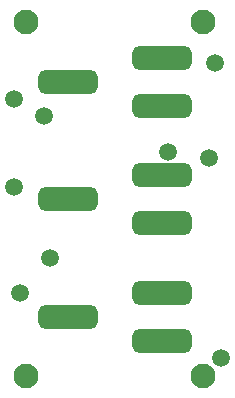
<source format=gbr>
%TF.GenerationSoftware,KiCad,Pcbnew,8.0.0*%
%TF.CreationDate,2024-05-26T00:16:25+03:00*%
%TF.ProjectId,pulsejen,70756c73-656a-4656-9e2e-6b696361645f,rev?*%
%TF.SameCoordinates,Original*%
%TF.FileFunction,Soldermask,Bot*%
%TF.FilePolarity,Negative*%
%FSLAX46Y46*%
G04 Gerber Fmt 4.6, Leading zero omitted, Abs format (unit mm)*
G04 Created by KiCad (PCBNEW 8.0.0) date 2024-05-26 00:16:25*
%MOMM*%
%LPD*%
G01*
G04 APERTURE LIST*
G04 Aperture macros list*
%AMRoundRect*
0 Rectangle with rounded corners*
0 $1 Rounding radius*
0 $2 $3 $4 $5 $6 $7 $8 $9 X,Y pos of 4 corners*
0 Add a 4 corners polygon primitive as box body*
4,1,4,$2,$3,$4,$5,$6,$7,$8,$9,$2,$3,0*
0 Add four circle primitives for the rounded corners*
1,1,$1+$1,$2,$3*
1,1,$1+$1,$4,$5*
1,1,$1+$1,$6,$7*
1,1,$1+$1,$8,$9*
0 Add four rect primitives between the rounded corners*
20,1,$1+$1,$2,$3,$4,$5,0*
20,1,$1+$1,$4,$5,$6,$7,0*
20,1,$1+$1,$6,$7,$8,$9,0*
20,1,$1+$1,$8,$9,$2,$3,0*%
G04 Aperture macros list end*
%ADD10C,2.100000*%
%ADD11RoundRect,0.500000X-2.000000X-0.500000X2.000000X-0.500000X2.000000X0.500000X-2.000000X0.500000X0*%
%ADD12C,1.500000*%
G04 APERTURE END LIST*
D10*
%TO.C,REF\u002A\u002A*%
X147500000Y-80000000D03*
%TD*%
%TO.C,REF\u002A\u002A*%
X132500000Y-80000000D03*
%TD*%
%TO.C,REF\u002A\u002A*%
X147500000Y-110000000D03*
%TD*%
%TO.C,REF\u002A\u002A*%
X132500000Y-110000000D03*
%TD*%
D11*
%TO.C,RV1*%
X144000000Y-103000000D03*
X136000000Y-105000000D03*
X144000000Y-107000000D03*
%TD*%
%TO.C,RV2*%
X144000000Y-93000000D03*
X136000000Y-95000000D03*
X144000000Y-97000000D03*
%TD*%
%TO.C,RV3*%
X144000000Y-87100000D03*
X136000000Y-85100000D03*
X144000000Y-83100000D03*
%TD*%
D12*
X132000000Y-103000000D03*
X149000000Y-108500000D03*
X131500000Y-86500000D03*
X148500000Y-83500000D03*
X148000000Y-91500000D03*
X131500000Y-94000000D03*
X144500000Y-91000000D03*
X134500000Y-100000000D03*
X134000000Y-88000000D03*
M02*

</source>
